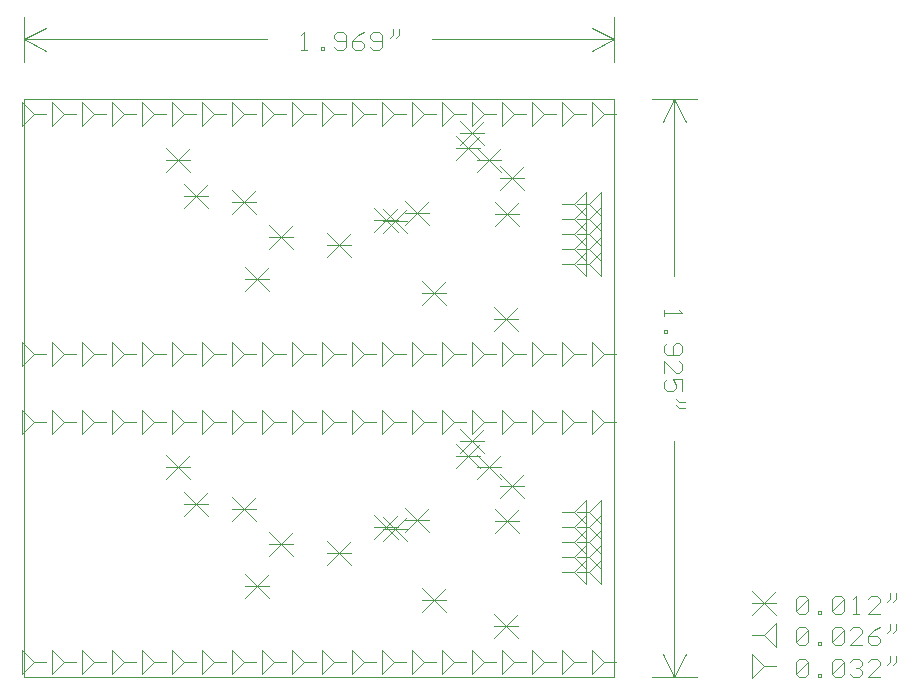
<source format=gbr>
G75*
G70*
%OFA0B0*%
%FSLAX25Y25*%
%IPPOS*%
%LPD*%
%AMOC8*
5,1,8,0,0,1.08239X$1,22.5*
%
%ADD42C,0.00100*%
D42*
X0057270Y0075780D02*
X0065270Y0083780D01*
X0065270Y0075780D02*
X0057270Y0083780D01*
X0057270Y0079780D02*
X0065270Y0079780D01*
X0063400Y0063700D02*
X0071400Y0071700D01*
X0071400Y0063700D02*
X0063400Y0071700D01*
X0063400Y0067700D02*
X0071400Y0067700D01*
X0079290Y0061840D02*
X0087290Y0069840D01*
X0087290Y0061840D02*
X0079290Y0069840D01*
X0079290Y0065840D02*
X0087290Y0065840D01*
X0083690Y0036230D02*
X0091690Y0044230D01*
X0091690Y0036230D02*
X0083690Y0044230D01*
X0083690Y0040230D02*
X0091690Y0040230D01*
X0091750Y0050160D02*
X0099750Y0058160D01*
X0099750Y0050160D02*
X0091750Y0058160D01*
X0091750Y0054160D02*
X0099750Y0054160D01*
X0111030Y0047400D02*
X0119030Y0055400D01*
X0119030Y0047400D02*
X0111030Y0055400D01*
X0111030Y0051400D02*
X0119030Y0051400D01*
X0126590Y0055920D02*
X0134590Y0063920D01*
X0134590Y0055920D02*
X0126590Y0063920D01*
X0126590Y0059920D02*
X0134590Y0059920D01*
X0129670Y0055320D02*
X0137670Y0063320D01*
X0137670Y0055320D02*
X0129670Y0063320D01*
X0129670Y0059320D02*
X0137670Y0059320D01*
X0137170Y0058210D02*
X0145170Y0066210D01*
X0145170Y0058210D02*
X0137170Y0066210D01*
X0137170Y0062210D02*
X0145170Y0062210D01*
X0142900Y0031470D02*
X0150900Y0039470D01*
X0150900Y0031470D02*
X0142900Y0039470D01*
X0142900Y0035470D02*
X0150900Y0035470D01*
X0153990Y0079640D02*
X0161990Y0087640D01*
X0161990Y0079640D02*
X0153990Y0087640D01*
X0153990Y0083640D02*
X0161990Y0083640D01*
X0155430Y0084760D02*
X0163430Y0092760D01*
X0163430Y0084760D02*
X0155430Y0092760D01*
X0155430Y0088760D02*
X0163430Y0088760D01*
X0161180Y0075900D02*
X0169180Y0083900D01*
X0169180Y0075900D02*
X0161180Y0083900D01*
X0161180Y0079900D02*
X0169180Y0079900D01*
X0166900Y0022870D02*
X0174900Y0030870D01*
X0174900Y0022870D02*
X0166900Y0030870D01*
X0166900Y0026870D02*
X0174900Y0026870D01*
X0166940Y0057870D02*
X0174940Y0065870D01*
X0174940Y0057870D02*
X0166940Y0065870D01*
X0166940Y0061870D02*
X0174940Y0061870D01*
X0168840Y0069610D02*
X0176840Y0077610D01*
X0176840Y0069610D02*
X0168840Y0077610D01*
X0168840Y0073610D02*
X0176840Y0073610D01*
X0057270Y0178280D02*
X0065270Y0186280D01*
X0065270Y0178280D02*
X0057270Y0186280D01*
X0057270Y0182280D02*
X0065270Y0182280D01*
X0063400Y0166200D02*
X0071400Y0174200D01*
X0071400Y0166200D02*
X0063400Y0174200D01*
X0063400Y0170200D02*
X0071400Y0170200D01*
X0079290Y0164340D02*
X0087290Y0172340D01*
X0087290Y0164340D02*
X0079290Y0172340D01*
X0079290Y0168340D02*
X0087290Y0168340D01*
X0083690Y0138730D02*
X0091690Y0146730D01*
X0091690Y0138730D02*
X0083690Y0146730D01*
X0083690Y0142730D02*
X0091690Y0142730D01*
X0091750Y0152660D02*
X0099750Y0160660D01*
X0099750Y0152660D02*
X0091750Y0160660D01*
X0091750Y0156660D02*
X0099750Y0156660D01*
X0111030Y0149900D02*
X0119030Y0157900D01*
X0119030Y0149900D02*
X0111030Y0157900D01*
X0111030Y0153900D02*
X0119030Y0153900D01*
X0126590Y0158420D02*
X0134590Y0166420D01*
X0134590Y0158420D02*
X0126590Y0166420D01*
X0126590Y0162420D02*
X0134590Y0162420D01*
X0129670Y0157820D02*
X0137670Y0165820D01*
X0137670Y0157820D02*
X0129670Y0165820D01*
X0129670Y0161820D02*
X0137670Y0161820D01*
X0137170Y0160710D02*
X0145170Y0168710D01*
X0145170Y0160710D02*
X0137170Y0168710D01*
X0137170Y0164710D02*
X0145170Y0164710D01*
X0142900Y0133970D02*
X0150900Y0141970D01*
X0150900Y0133970D02*
X0142900Y0141970D01*
X0142900Y0137970D02*
X0150900Y0137970D01*
X0153990Y0182140D02*
X0161990Y0190140D01*
X0161990Y0182140D02*
X0153990Y0190140D01*
X0153990Y0186140D02*
X0161990Y0186140D01*
X0155430Y0187260D02*
X0163430Y0195260D01*
X0163430Y0187260D02*
X0155430Y0195260D01*
X0155430Y0191260D02*
X0163430Y0191260D01*
X0161180Y0178400D02*
X0169180Y0186400D01*
X0169180Y0178400D02*
X0161180Y0186400D01*
X0161180Y0182400D02*
X0169180Y0182400D01*
X0166900Y0125370D02*
X0174900Y0133370D01*
X0174900Y0125370D02*
X0166900Y0133370D01*
X0166900Y0129370D02*
X0174900Y0129370D01*
X0166940Y0160370D02*
X0174940Y0168370D01*
X0174940Y0160370D02*
X0166940Y0168370D01*
X0166940Y0164370D02*
X0174940Y0164370D01*
X0168840Y0172110D02*
X0176840Y0180110D01*
X0176840Y0172110D02*
X0168840Y0180110D01*
X0168840Y0176110D02*
X0176840Y0176110D01*
X0193430Y0065000D02*
X0189430Y0065000D01*
X0193430Y0065000D02*
X0197430Y0069000D01*
X0197430Y0061000D01*
X0193430Y0065000D01*
X0193430Y0060000D02*
X0189430Y0060000D01*
X0193430Y0060000D02*
X0197430Y0064000D01*
X0197430Y0056000D01*
X0193430Y0060000D01*
X0193430Y0055000D02*
X0189430Y0055000D01*
X0193430Y0055000D02*
X0197430Y0059000D01*
X0197430Y0051000D01*
X0193430Y0055000D01*
X0193430Y0050000D02*
X0189430Y0050000D01*
X0193430Y0050000D02*
X0197430Y0054000D01*
X0197430Y0046000D01*
X0193430Y0050000D01*
X0193430Y0045000D02*
X0189430Y0045000D01*
X0193430Y0045000D02*
X0197430Y0049000D01*
X0197430Y0041000D01*
X0193430Y0045000D01*
X0198430Y0065000D02*
X0194430Y0065000D01*
X0198430Y0065000D02*
X0202430Y0069000D01*
X0202430Y0061000D01*
X0198430Y0065000D01*
X0198430Y0060000D02*
X0194430Y0060000D01*
X0198430Y0060000D02*
X0202430Y0064000D01*
X0202430Y0056000D01*
X0198430Y0060000D01*
X0198430Y0055000D02*
X0194430Y0055000D01*
X0198430Y0055000D02*
X0202430Y0059000D01*
X0202430Y0051000D01*
X0198430Y0055000D01*
X0198430Y0050000D02*
X0194430Y0050000D01*
X0198430Y0050000D02*
X0202430Y0054000D01*
X0202430Y0046000D01*
X0198430Y0050000D01*
X0198430Y0045000D02*
X0194430Y0045000D01*
X0198430Y0045000D02*
X0202430Y0049000D01*
X0202430Y0041000D01*
X0198430Y0045000D01*
X0193430Y0167500D02*
X0189430Y0167500D01*
X0193430Y0167500D02*
X0197430Y0171500D01*
X0197430Y0163500D01*
X0193430Y0167500D01*
X0193430Y0162500D02*
X0189430Y0162500D01*
X0193430Y0162500D02*
X0197430Y0166500D01*
X0197430Y0158500D01*
X0193430Y0162500D01*
X0193430Y0157500D02*
X0189430Y0157500D01*
X0193430Y0157500D02*
X0197430Y0161500D01*
X0197430Y0153500D01*
X0193430Y0157500D01*
X0193430Y0152500D02*
X0189430Y0152500D01*
X0193430Y0152500D02*
X0197430Y0156500D01*
X0197430Y0148500D01*
X0193430Y0152500D01*
X0193430Y0147500D02*
X0189430Y0147500D01*
X0193430Y0147500D02*
X0197430Y0151500D01*
X0197430Y0143500D01*
X0193430Y0147500D01*
X0198430Y0167500D02*
X0194430Y0167500D01*
X0198430Y0167500D02*
X0202430Y0171500D01*
X0202430Y0163500D01*
X0198430Y0167500D01*
X0198430Y0162500D02*
X0194430Y0162500D01*
X0198430Y0162500D02*
X0202430Y0166500D01*
X0202430Y0158500D01*
X0198430Y0162500D01*
X0198430Y0157500D02*
X0194430Y0157500D01*
X0198430Y0157500D02*
X0202430Y0161500D01*
X0202430Y0153500D01*
X0198430Y0157500D01*
X0198430Y0152500D02*
X0194430Y0152500D01*
X0198430Y0152500D02*
X0202430Y0156500D01*
X0202430Y0148500D01*
X0198430Y0152500D01*
X0198430Y0147500D02*
X0194430Y0147500D01*
X0198430Y0147500D02*
X0202430Y0151500D01*
X0202430Y0143500D01*
X0198430Y0147500D01*
X0013430Y0095000D02*
X0017430Y0095000D01*
X0013430Y0095000D02*
X0009430Y0099000D01*
X0009430Y0091000D01*
X0013430Y0095000D01*
X0013430Y0015000D02*
X0017430Y0015000D01*
X0013430Y0015000D02*
X0009430Y0019000D01*
X0009430Y0011000D01*
X0013430Y0015000D01*
X0023430Y0095000D02*
X0027430Y0095000D01*
X0023430Y0095000D02*
X0019430Y0099000D01*
X0019430Y0091000D01*
X0023430Y0095000D01*
X0023430Y0015000D02*
X0027430Y0015000D01*
X0023430Y0015000D02*
X0019430Y0019000D01*
X0019430Y0011000D01*
X0023430Y0015000D01*
X0033430Y0095000D02*
X0037430Y0095000D01*
X0033430Y0095000D02*
X0029430Y0099000D01*
X0029430Y0091000D01*
X0033430Y0095000D01*
X0033430Y0015000D02*
X0037430Y0015000D01*
X0033430Y0015000D02*
X0029430Y0019000D01*
X0029430Y0011000D01*
X0033430Y0015000D01*
X0043430Y0095000D02*
X0047430Y0095000D01*
X0043430Y0095000D02*
X0039430Y0099000D01*
X0039430Y0091000D01*
X0043430Y0095000D01*
X0043430Y0015000D02*
X0047430Y0015000D01*
X0043430Y0015000D02*
X0039430Y0019000D01*
X0039430Y0011000D01*
X0043430Y0015000D01*
X0053430Y0095000D02*
X0057430Y0095000D01*
X0053430Y0095000D02*
X0049430Y0099000D01*
X0049430Y0091000D01*
X0053430Y0095000D01*
X0053430Y0015000D02*
X0057430Y0015000D01*
X0053430Y0015000D02*
X0049430Y0019000D01*
X0049430Y0011000D01*
X0053430Y0015000D01*
X0063430Y0095000D02*
X0067430Y0095000D01*
X0063430Y0095000D02*
X0059430Y0099000D01*
X0059430Y0091000D01*
X0063430Y0095000D01*
X0063430Y0015000D02*
X0067430Y0015000D01*
X0063430Y0015000D02*
X0059430Y0019000D01*
X0059430Y0011000D01*
X0063430Y0015000D01*
X0073430Y0095000D02*
X0077430Y0095000D01*
X0073430Y0095000D02*
X0069430Y0099000D01*
X0069430Y0091000D01*
X0073430Y0095000D01*
X0073430Y0015000D02*
X0077430Y0015000D01*
X0073430Y0015000D02*
X0069430Y0019000D01*
X0069430Y0011000D01*
X0073430Y0015000D01*
X0083430Y0095000D02*
X0087430Y0095000D01*
X0083430Y0095000D02*
X0079430Y0099000D01*
X0079430Y0091000D01*
X0083430Y0095000D01*
X0083430Y0015000D02*
X0087430Y0015000D01*
X0083430Y0015000D02*
X0079430Y0019000D01*
X0079430Y0011000D01*
X0083430Y0015000D01*
X0093430Y0095000D02*
X0097430Y0095000D01*
X0093430Y0095000D02*
X0089430Y0099000D01*
X0089430Y0091000D01*
X0093430Y0095000D01*
X0093430Y0015000D02*
X0097430Y0015000D01*
X0093430Y0015000D02*
X0089430Y0019000D01*
X0089430Y0011000D01*
X0093430Y0015000D01*
X0103430Y0095000D02*
X0107430Y0095000D01*
X0103430Y0095000D02*
X0099430Y0099000D01*
X0099430Y0091000D01*
X0103430Y0095000D01*
X0103430Y0015000D02*
X0107430Y0015000D01*
X0103430Y0015000D02*
X0099430Y0019000D01*
X0099430Y0011000D01*
X0103430Y0015000D01*
X0113430Y0095000D02*
X0117430Y0095000D01*
X0113430Y0095000D02*
X0109430Y0099000D01*
X0109430Y0091000D01*
X0113430Y0095000D01*
X0113430Y0015000D02*
X0117430Y0015000D01*
X0113430Y0015000D02*
X0109430Y0019000D01*
X0109430Y0011000D01*
X0113430Y0015000D01*
X0123430Y0095000D02*
X0127430Y0095000D01*
X0123430Y0095000D02*
X0119430Y0099000D01*
X0119430Y0091000D01*
X0123430Y0095000D01*
X0123430Y0015000D02*
X0127430Y0015000D01*
X0123430Y0015000D02*
X0119430Y0019000D01*
X0119430Y0011000D01*
X0123430Y0015000D01*
X0133430Y0095000D02*
X0137430Y0095000D01*
X0133430Y0095000D02*
X0129430Y0099000D01*
X0129430Y0091000D01*
X0133430Y0095000D01*
X0133430Y0015000D02*
X0137430Y0015000D01*
X0133430Y0015000D02*
X0129430Y0019000D01*
X0129430Y0011000D01*
X0133430Y0015000D01*
X0143430Y0095000D02*
X0147430Y0095000D01*
X0143430Y0095000D02*
X0139430Y0099000D01*
X0139430Y0091000D01*
X0143430Y0095000D01*
X0143430Y0015000D02*
X0147430Y0015000D01*
X0143430Y0015000D02*
X0139430Y0019000D01*
X0139430Y0011000D01*
X0143430Y0015000D01*
X0153430Y0095000D02*
X0157430Y0095000D01*
X0153430Y0095000D02*
X0149430Y0099000D01*
X0149430Y0091000D01*
X0153430Y0095000D01*
X0153430Y0015000D02*
X0157430Y0015000D01*
X0153430Y0015000D02*
X0149430Y0019000D01*
X0149430Y0011000D01*
X0153430Y0015000D01*
X0163430Y0095000D02*
X0167430Y0095000D01*
X0163430Y0095000D02*
X0159430Y0099000D01*
X0159430Y0091000D01*
X0163430Y0095000D01*
X0163430Y0015000D02*
X0167430Y0015000D01*
X0163430Y0015000D02*
X0159430Y0019000D01*
X0159430Y0011000D01*
X0163430Y0015000D01*
X0173430Y0095000D02*
X0177430Y0095000D01*
X0173430Y0095000D02*
X0169430Y0099000D01*
X0169430Y0091000D01*
X0173430Y0095000D01*
X0173430Y0015000D02*
X0177430Y0015000D01*
X0173430Y0015000D02*
X0169430Y0019000D01*
X0169430Y0011000D01*
X0173430Y0015000D01*
X0183430Y0095000D02*
X0187430Y0095000D01*
X0183430Y0095000D02*
X0179430Y0099000D01*
X0179430Y0091000D01*
X0183430Y0095000D01*
X0183430Y0015000D02*
X0187430Y0015000D01*
X0183430Y0015000D02*
X0179430Y0019000D01*
X0179430Y0011000D01*
X0183430Y0015000D01*
X0193430Y0095000D02*
X0197430Y0095000D01*
X0193430Y0095000D02*
X0189430Y0099000D01*
X0189430Y0091000D01*
X0193430Y0095000D01*
X0193430Y0015000D02*
X0197430Y0015000D01*
X0193430Y0015000D02*
X0189430Y0019000D01*
X0189430Y0011000D01*
X0193430Y0015000D01*
X0203430Y0095000D02*
X0207430Y0095000D01*
X0203430Y0095000D02*
X0199430Y0099000D01*
X0199430Y0091000D01*
X0203430Y0095000D01*
X0203430Y0015000D02*
X0207430Y0015000D01*
X0203430Y0015000D02*
X0199430Y0019000D01*
X0199430Y0011000D01*
X0203430Y0015000D01*
X0013430Y0197500D02*
X0017430Y0197500D01*
X0013430Y0197500D02*
X0009430Y0201500D01*
X0009430Y0193500D01*
X0013430Y0197500D01*
X0013430Y0117500D02*
X0017430Y0117500D01*
X0013430Y0117500D02*
X0009430Y0121500D01*
X0009430Y0113500D01*
X0013430Y0117500D01*
X0023430Y0197500D02*
X0027430Y0197500D01*
X0023430Y0197500D02*
X0019430Y0201500D01*
X0019430Y0193500D01*
X0023430Y0197500D01*
X0023430Y0117500D02*
X0027430Y0117500D01*
X0023430Y0117500D02*
X0019430Y0121500D01*
X0019430Y0113500D01*
X0023430Y0117500D01*
X0033430Y0197500D02*
X0037430Y0197500D01*
X0033430Y0197500D02*
X0029430Y0201500D01*
X0029430Y0193500D01*
X0033430Y0197500D01*
X0033430Y0117500D02*
X0037430Y0117500D01*
X0033430Y0117500D02*
X0029430Y0121500D01*
X0029430Y0113500D01*
X0033430Y0117500D01*
X0043430Y0197500D02*
X0047430Y0197500D01*
X0043430Y0197500D02*
X0039430Y0201500D01*
X0039430Y0193500D01*
X0043430Y0197500D01*
X0043430Y0117500D02*
X0047430Y0117500D01*
X0043430Y0117500D02*
X0039430Y0121500D01*
X0039430Y0113500D01*
X0043430Y0117500D01*
X0053430Y0197500D02*
X0057430Y0197500D01*
X0053430Y0197500D02*
X0049430Y0201500D01*
X0049430Y0193500D01*
X0053430Y0197500D01*
X0053430Y0117500D02*
X0057430Y0117500D01*
X0053430Y0117500D02*
X0049430Y0121500D01*
X0049430Y0113500D01*
X0053430Y0117500D01*
X0063430Y0197500D02*
X0067430Y0197500D01*
X0063430Y0197500D02*
X0059430Y0201500D01*
X0059430Y0193500D01*
X0063430Y0197500D01*
X0063430Y0117500D02*
X0067430Y0117500D01*
X0063430Y0117500D02*
X0059430Y0121500D01*
X0059430Y0113500D01*
X0063430Y0117500D01*
X0073430Y0197500D02*
X0077430Y0197500D01*
X0073430Y0197500D02*
X0069430Y0201500D01*
X0069430Y0193500D01*
X0073430Y0197500D01*
X0073430Y0117500D02*
X0077430Y0117500D01*
X0073430Y0117500D02*
X0069430Y0121500D01*
X0069430Y0113500D01*
X0073430Y0117500D01*
X0083430Y0197500D02*
X0087430Y0197500D01*
X0083430Y0197500D02*
X0079430Y0201500D01*
X0079430Y0193500D01*
X0083430Y0197500D01*
X0083430Y0117500D02*
X0087430Y0117500D01*
X0083430Y0117500D02*
X0079430Y0121500D01*
X0079430Y0113500D01*
X0083430Y0117500D01*
X0093430Y0197500D02*
X0097430Y0197500D01*
X0093430Y0197500D02*
X0089430Y0201500D01*
X0089430Y0193500D01*
X0093430Y0197500D01*
X0093430Y0117500D02*
X0097430Y0117500D01*
X0093430Y0117500D02*
X0089430Y0121500D01*
X0089430Y0113500D01*
X0093430Y0117500D01*
X0103430Y0197500D02*
X0107430Y0197500D01*
X0103430Y0197500D02*
X0099430Y0201500D01*
X0099430Y0193500D01*
X0103430Y0197500D01*
X0103430Y0117500D02*
X0107430Y0117500D01*
X0103430Y0117500D02*
X0099430Y0121500D01*
X0099430Y0113500D01*
X0103430Y0117500D01*
X0113430Y0197500D02*
X0117430Y0197500D01*
X0113430Y0197500D02*
X0109430Y0201500D01*
X0109430Y0193500D01*
X0113430Y0197500D01*
X0113430Y0117500D02*
X0117430Y0117500D01*
X0113430Y0117500D02*
X0109430Y0121500D01*
X0109430Y0113500D01*
X0113430Y0117500D01*
X0123430Y0197500D02*
X0127430Y0197500D01*
X0123430Y0197500D02*
X0119430Y0201500D01*
X0119430Y0193500D01*
X0123430Y0197500D01*
X0123430Y0117500D02*
X0127430Y0117500D01*
X0123430Y0117500D02*
X0119430Y0121500D01*
X0119430Y0113500D01*
X0123430Y0117500D01*
X0133430Y0197500D02*
X0137430Y0197500D01*
X0133430Y0197500D02*
X0129430Y0201500D01*
X0129430Y0193500D01*
X0133430Y0197500D01*
X0133430Y0117500D02*
X0137430Y0117500D01*
X0133430Y0117500D02*
X0129430Y0121500D01*
X0129430Y0113500D01*
X0133430Y0117500D01*
X0143430Y0197500D02*
X0147430Y0197500D01*
X0143430Y0197500D02*
X0139430Y0201500D01*
X0139430Y0193500D01*
X0143430Y0197500D01*
X0143430Y0117500D02*
X0147430Y0117500D01*
X0143430Y0117500D02*
X0139430Y0121500D01*
X0139430Y0113500D01*
X0143430Y0117500D01*
X0153430Y0197500D02*
X0157430Y0197500D01*
X0153430Y0197500D02*
X0149430Y0201500D01*
X0149430Y0193500D01*
X0153430Y0197500D01*
X0153430Y0117500D02*
X0157430Y0117500D01*
X0153430Y0117500D02*
X0149430Y0121500D01*
X0149430Y0113500D01*
X0153430Y0117500D01*
X0163430Y0197500D02*
X0167430Y0197500D01*
X0163430Y0197500D02*
X0159430Y0201500D01*
X0159430Y0193500D01*
X0163430Y0197500D01*
X0163430Y0117500D02*
X0167430Y0117500D01*
X0163430Y0117500D02*
X0159430Y0121500D01*
X0159430Y0113500D01*
X0163430Y0117500D01*
X0173430Y0197500D02*
X0177430Y0197500D01*
X0173430Y0197500D02*
X0169430Y0201500D01*
X0169430Y0193500D01*
X0173430Y0197500D01*
X0173430Y0117500D02*
X0177430Y0117500D01*
X0173430Y0117500D02*
X0169430Y0121500D01*
X0169430Y0113500D01*
X0173430Y0117500D01*
X0183430Y0197500D02*
X0187430Y0197500D01*
X0183430Y0197500D02*
X0179430Y0201500D01*
X0179430Y0193500D01*
X0183430Y0197500D01*
X0183430Y0117500D02*
X0187430Y0117500D01*
X0183430Y0117500D02*
X0179430Y0121500D01*
X0179430Y0113500D01*
X0183430Y0117500D01*
X0193430Y0197500D02*
X0197430Y0197500D01*
X0193430Y0197500D02*
X0189430Y0201500D01*
X0189430Y0193500D01*
X0193430Y0197500D01*
X0193430Y0117500D02*
X0197430Y0117500D01*
X0193430Y0117500D02*
X0189430Y0121500D01*
X0189430Y0113500D01*
X0193430Y0117500D01*
X0203430Y0197500D02*
X0207430Y0197500D01*
X0203430Y0197500D02*
X0199430Y0201500D01*
X0199430Y0193500D01*
X0203430Y0197500D01*
X0203430Y0117500D02*
X0207430Y0117500D01*
X0203430Y0117500D02*
X0199430Y0121500D01*
X0199430Y0113500D01*
X0203430Y0117500D01*
X0010000Y0010000D02*
X0206860Y0010000D01*
X0206860Y0202500D01*
X0010000Y0202500D01*
X0010000Y0010000D01*
X0256860Y0013500D02*
X0260860Y0013500D01*
X0256860Y0013500D02*
X0252860Y0017500D01*
X0252860Y0009500D01*
X0256860Y0013500D01*
X0268360Y0010000D02*
X0267360Y0011000D01*
X0271360Y0015000D01*
X0271360Y0011000D01*
X0270360Y0010000D01*
X0268360Y0010000D01*
X0267360Y0011000D02*
X0267360Y0015000D01*
X0268360Y0016000D01*
X0270360Y0016000D01*
X0271360Y0015000D01*
X0274860Y0011000D02*
X0275860Y0011000D01*
X0275860Y0010000D01*
X0274860Y0010000D01*
X0274860Y0011000D01*
X0280360Y0010000D02*
X0279360Y0011000D01*
X0283360Y0015000D01*
X0283360Y0011000D01*
X0282360Y0010000D01*
X0280360Y0010000D01*
X0279360Y0011000D02*
X0279360Y0015000D01*
X0280360Y0016000D01*
X0282360Y0016000D01*
X0283360Y0015000D01*
X0285360Y0011000D02*
X0286360Y0010000D01*
X0288360Y0010000D01*
X0289360Y0011000D01*
X0289360Y0012000D01*
X0288360Y0013000D01*
X0287360Y0013000D01*
X0288360Y0013000D02*
X0289360Y0014000D01*
X0289360Y0015000D01*
X0288360Y0016000D01*
X0286360Y0016000D01*
X0285360Y0015000D01*
X0291360Y0010000D02*
X0295360Y0014000D01*
X0295360Y0015000D01*
X0294360Y0016000D01*
X0292360Y0016000D01*
X0291360Y0015000D01*
X0291360Y0010000D02*
X0295360Y0010000D01*
X0300860Y0015000D02*
X0299860Y0014000D01*
X0300860Y0015000D02*
X0300860Y0017000D01*
X0298860Y0017000D02*
X0298860Y0015000D01*
X0297860Y0014000D01*
X0256860Y0024000D02*
X0252860Y0024000D01*
X0256860Y0024000D02*
X0260860Y0028000D01*
X0260860Y0020000D01*
X0256860Y0024000D01*
X0268360Y0020500D02*
X0267360Y0021500D01*
X0271360Y0025500D01*
X0271360Y0021500D01*
X0270360Y0020500D01*
X0268360Y0020500D01*
X0267360Y0021500D02*
X0267360Y0025500D01*
X0268360Y0026500D01*
X0270360Y0026500D01*
X0271360Y0025500D01*
X0274860Y0021500D02*
X0275860Y0021500D01*
X0275860Y0020500D01*
X0274860Y0020500D01*
X0274860Y0021500D01*
X0280360Y0020500D02*
X0279360Y0021500D01*
X0283360Y0025500D01*
X0283360Y0021500D01*
X0282360Y0020500D01*
X0280360Y0020500D01*
X0279360Y0021500D02*
X0279360Y0025500D01*
X0280360Y0026500D01*
X0282360Y0026500D01*
X0283360Y0025500D01*
X0285360Y0020500D02*
X0289360Y0024500D01*
X0289360Y0025500D01*
X0288360Y0026500D01*
X0286360Y0026500D01*
X0285360Y0025500D01*
X0285360Y0020500D02*
X0289360Y0020500D01*
X0291360Y0023500D02*
X0291360Y0021500D01*
X0292360Y0020500D01*
X0294360Y0020500D01*
X0295360Y0021500D01*
X0295360Y0022500D01*
X0294360Y0023500D01*
X0291360Y0023500D01*
X0293360Y0025500D01*
X0295360Y0026500D01*
X0300860Y0025500D02*
X0299860Y0024500D01*
X0300860Y0025500D02*
X0300860Y0027500D01*
X0298860Y0027500D02*
X0298860Y0025500D01*
X0297860Y0024500D01*
X0252860Y0030500D02*
X0260860Y0038500D01*
X0260860Y0030500D02*
X0252860Y0038500D01*
X0252860Y0034500D02*
X0260860Y0034500D01*
X0268360Y0031000D02*
X0267360Y0032000D01*
X0271360Y0036000D01*
X0271360Y0032000D01*
X0270360Y0031000D01*
X0268360Y0031000D01*
X0267360Y0032000D02*
X0267360Y0036000D01*
X0268360Y0037000D01*
X0270360Y0037000D01*
X0271360Y0036000D01*
X0274860Y0032000D02*
X0275860Y0032000D01*
X0275860Y0031000D01*
X0274860Y0031000D01*
X0274860Y0032000D01*
X0280360Y0031000D02*
X0279360Y0032000D01*
X0283360Y0036000D01*
X0283360Y0032000D01*
X0282360Y0031000D01*
X0280360Y0031000D01*
X0279360Y0032000D02*
X0279360Y0036000D01*
X0280360Y0037000D01*
X0282360Y0037000D01*
X0283360Y0036000D01*
X0286360Y0036000D02*
X0287360Y0037000D01*
X0287360Y0031000D01*
X0286360Y0031000D02*
X0288360Y0031000D01*
X0291360Y0031000D02*
X0295360Y0035000D01*
X0295360Y0036000D01*
X0294360Y0037000D01*
X0292360Y0037000D01*
X0291360Y0036000D01*
X0291360Y0031000D02*
X0295360Y0031000D01*
X0300860Y0036000D02*
X0299860Y0035000D01*
X0300860Y0036000D02*
X0300860Y0038000D01*
X0298860Y0038000D02*
X0298860Y0036000D01*
X0297860Y0035000D01*
X0010000Y0215000D02*
X0010000Y0230000D01*
X0017500Y0226250D02*
X0010000Y0222500D01*
X0017500Y0218750D01*
X0010000Y0222500D02*
X0022500Y0222500D01*
X0206860Y0230000D02*
X0206860Y0215000D01*
X0199360Y0218750D02*
X0206860Y0222500D01*
X0199360Y0226250D01*
X0206860Y0222500D02*
X0194360Y0222500D01*
X0219360Y0202500D02*
X0234360Y0202500D01*
X0230610Y0195000D02*
X0226860Y0202500D01*
X0223110Y0195000D01*
X0226860Y0202500D02*
X0226860Y0190000D01*
X0234360Y0010000D02*
X0219360Y0010000D01*
X0223110Y0017500D02*
X0226860Y0010000D01*
X0230610Y0017500D01*
X0226860Y0010000D02*
X0226860Y0022500D01*
X0102430Y0224000D02*
X0103430Y0225000D01*
X0103430Y0219000D01*
X0102430Y0219000D02*
X0104430Y0219000D01*
X0108930Y0220000D02*
X0109930Y0220000D01*
X0109930Y0219000D01*
X0108930Y0219000D01*
X0108930Y0220000D01*
X0113430Y0223000D02*
X0114430Y0222000D01*
X0117430Y0222000D01*
X0117430Y0220000D02*
X0117430Y0224000D01*
X0116430Y0225000D01*
X0114430Y0225000D01*
X0113430Y0224000D01*
X0113430Y0223000D01*
X0113430Y0220000D02*
X0114430Y0219000D01*
X0116430Y0219000D01*
X0117430Y0220000D01*
X0119430Y0222000D02*
X0119430Y0220000D01*
X0120430Y0219000D01*
X0122430Y0219000D01*
X0123430Y0220000D01*
X0123430Y0221000D01*
X0122430Y0222000D01*
X0119430Y0222000D01*
X0121430Y0224000D01*
X0123430Y0225000D01*
X0125430Y0223000D02*
X0126430Y0222000D01*
X0129430Y0222000D01*
X0129430Y0220000D02*
X0129430Y0224000D01*
X0128430Y0225000D01*
X0126430Y0225000D01*
X0125430Y0224000D01*
X0125430Y0223000D01*
X0125430Y0220000D02*
X0126430Y0219000D01*
X0128430Y0219000D01*
X0129430Y0220000D01*
X0134930Y0224000D02*
X0133930Y0223000D01*
X0134930Y0224000D02*
X0134930Y0226000D01*
X0132930Y0226000D02*
X0132930Y0224000D01*
X0131930Y0223000D01*
X0010000Y0222500D02*
X0090930Y0222500D01*
X0145930Y0222500D02*
X0206860Y0222500D01*
X0228360Y0132250D02*
X0229360Y0131250D01*
X0223360Y0131250D01*
X0223360Y0132250D02*
X0223360Y0130250D01*
X0224360Y0125750D02*
X0224360Y0124750D01*
X0223360Y0124750D01*
X0223360Y0125750D01*
X0224360Y0125750D01*
X0227360Y0121250D02*
X0226360Y0120250D01*
X0226360Y0117250D01*
X0224360Y0117250D02*
X0228360Y0117250D01*
X0229360Y0118250D01*
X0229360Y0120250D01*
X0228360Y0121250D01*
X0227360Y0121250D01*
X0224360Y0121250D02*
X0223360Y0120250D01*
X0223360Y0118250D01*
X0224360Y0117250D01*
X0223360Y0115250D02*
X0227360Y0111250D01*
X0228360Y0111250D01*
X0229360Y0112250D01*
X0229360Y0114250D01*
X0228360Y0115250D01*
X0223360Y0115250D02*
X0223360Y0111250D01*
X0226360Y0109250D02*
X0227360Y0107250D01*
X0227360Y0106250D01*
X0226360Y0105250D01*
X0224360Y0105250D01*
X0223360Y0106250D01*
X0223360Y0108250D01*
X0224360Y0109250D01*
X0226360Y0109250D02*
X0229360Y0109250D01*
X0229360Y0105250D01*
X0228360Y0099750D02*
X0227360Y0100750D01*
X0228360Y0099750D02*
X0230360Y0099750D01*
X0230360Y0101750D02*
X0228360Y0101750D01*
X0227360Y0102750D01*
X0226860Y0202500D02*
X0226860Y0143750D01*
X0226860Y0088750D02*
X0226860Y0010000D01*
M02*

</source>
